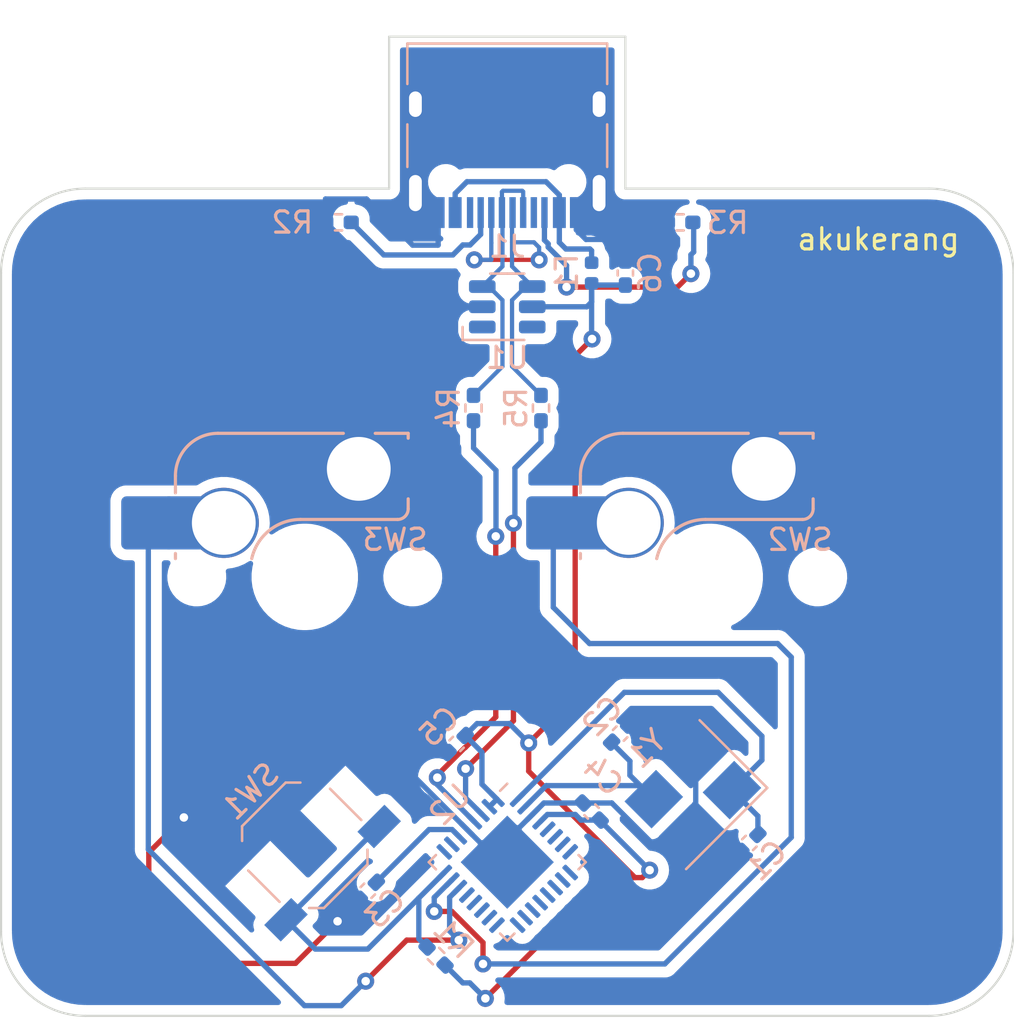
<source format=kicad_pcb>
(kicad_pcb (version 20211014) (generator pcbnew)
  (layers (0 "F.Cu" signal) (31 "B.Cu" signal) (34 "B.Paste" user) (35 "F.Paste" user) (36 "B.SilkS" user "B.Silkscreen") (37 "F.SilkS" user "F.Silkscreen") (38 "B.Mask" user) (39 "F.Mask" user) (44 "Edge.Cuts" user))
  (net 0 "")
  (net 1 "GND")
  (net 2 "XTAL1")
  (net 3 "XTAL2")
  (net 4 "Net-(C3-Pad2)")
  (net 5 "+5V")
  (net 6 "VCC")
  (net 7 "Net-(J1-PadA5)")
  (net 8 "D+")
  (net 9 "D-")
  (net 11 "Net-(J1-PadB5)")
  (net 13 "Net-(R1-Pad2)")
  (net 14 "Net-(R4-Pad2)")
  (net 15 "Net-(R5-Pad2)")
  (net 37 "COL1")
  (net 38 "COL0")
  (footprint "Package_DFN_QFN:QFN-32-1EP_5x5mm_P0.5mm_EP3.1x3.1mm" (layer "B.Cu") (at 55.5625 71.35625 -135)
    (fp_text reference "U2" (at 0 3.82 45) (layer "B.SilkS") (effects (justify mirror)))
    (fp_text value "ATmega32U2-M")
    (fp_line (start 2.135 2.61) (end 2.61 2.61) (layer "B.SilkS") (width 0.12))
    (fp_line (start -2.61 -2.61) (end -2.61 -2.135) (layer "B.SilkS") (width 0.12))
    (fp_line (start 2.61 2.61) (end 2.61 2.135) (layer "B.SilkS") (width 0.12))
    (fp_line (start -2.135 -2.61) (end -2.61 -2.61) (layer "B.SilkS") (width 0.12))
    (fp_line (start 2.135 -2.61) (end 2.61 -2.61) (layer "B.SilkS") (width 0.12))
    (fp_line (start -2.135 2.61) (end -2.61 2.61) (layer "B.SilkS") (width 0.12))
    (fp_line (start 2.61 -2.61) (end 2.61 -2.135) (layer "B.SilkS") (width 0.12))
    (pad "1" smd roundrect (at -2.4375 1.75 225) (size 0.875 0.25) (layers "B.Cu" "B.Paste" "B.Mask") (net 2 "XTAL1"))
    (pad "2" smd roundrect (at -2.4375 1.25 225) (size 0.875 0.25) (layers "B.Cu" "B.Paste" "B.Mask") (net 3 "XTAL2"))
    (pad "3" smd roundrect (at -2.4375 0.75 225) (size 0.875 0.25) (layers "B.Cu" "B.Paste" "B.Mask") (net 1 "GND"))
    (pad "4" smd roundrect (at -2.4375 0.25 225) (size 0.875 0.25) (layers "B.Cu" "B.Paste" "B.Mask") (net 5 "+5V"))
    (pad "5" smd roundrect (at -2.4375 -0.25 225) (size 0.875 0.25) (layers "B.Cu" "B.Paste" "B.Mask"))
    (pad "6" smd roundrect (at -2.4375 -0.75 225) (size 0.875 0.25) (layers "B.Cu" "B.Paste" "B.Mask"))
    (pad "7" smd roundrect (at -2.4375 -1.25 225) (size 0.875 0.25) (layers "B.Cu" "B.Paste" "B.Mask"))
    (pad "8" smd roundrect (at -2.4375 -1.75 225) (size 0.875 0.25) (layers "B.Cu" "B.Paste" "B.Mask"))
    (pad "9" smd roundrect (at -1.75 -2.4375 225) (size 0.25 0.875) (layers "B.Cu" "B.Paste" "B.Mask"))
    (pad "10" smd roundrect (at -1.25 -2.4375 225) (size 0.25 0.875) (layers "B.Cu" "B.Paste" "B.Mask"))
    (pad "11" smd roundrect (at -0.75 -2.4375 225) (size 0.25 0.875) (layers "B.Cu" "B.Paste" "B.Mask"))
    (pad "12" smd roundrect (at -0.25 -2.4375 225) (size 0.25 0.875) (layers "B.Cu" "B.Paste" "B.Mask"))
    (pad "13" smd roundrect (at 0.25 -2.4375 225) (size 0.25 0.875) (layers "B.Cu" "B.Paste" "B.Mask"))
    (pad "14" smd roundrect (at 0.75 -2.4375 225) (size 0.25 0.875) (layers "B.Cu" "B.Paste" "B.Mask"))
    (pad "15" smd roundrect (at 1.25 -2.4375 225) (size 0.25 0.875) (layers "B.Cu" "B.Paste" "B.Mask"))
    (pad "16" smd roundrect (at 1.75 -2.4375 225) (size 0.25 0.875) (layers "B.Cu" "B.Paste" "B.Mask"))
    (pad "17" smd roundrect (at 2.4375 -1.75 225) (size 0.875 0.25) (layers "B.Cu" "B.Paste" "B.Mask"))
    (pad "18" smd roundrect (at 2.4375 -1.25 225) (size 0.875 0.25) (layers "B.Cu" "B.Paste" "B.Mask"))
    (pad "19" smd roundrect (at 2.4375 -0.75 225) (size 0.875 0.25) (layers "B.Cu" "B.Paste" "B.Mask"))
    (pad "20" smd roundrect (at 2.4375 -0.25 225) (size 0.875 0.25) (layers "B.Cu" "B.Paste" "B.Mask"))
    (pad "21" smd roundrect (at 2.4375 0.25 225) (size 0.875 0.25) (layers "B.Cu" "B.Paste" "B.Mask"))
    (pad "22" smd roundrect (at 2.4375 0.75 225) (size 0.875 0.25) (layers "B.Cu" "B.Paste" "B.Mask") (net 38 "COL0"))
    (pad "23" smd roundrect (at 2.4375 1.25 225) (size 0.875 0.25) (layers "B.Cu" "B.Paste" "B.Mask") (net 37 "COL1"))
    (pad "24" smd roundrect (at 2.4375 1.75 225) (size 0.875 0.25) (layers "B.Cu" "B.Paste" "B.Mask") (net 13 "Net-(R1-Pad2)"))
    (pad "25" smd roundrect (at 1.75 2.4375 225) (size 0.25 0.875) (layers "B.Cu" "B.Paste" "B.Mask"))
    (pad "26" smd roundrect (at 1.25 2.4375 225) (size 0.25 0.875) (layers "B.Cu" "B.Paste" "B.Mask"))
    (pad "27" smd roundrect (at 0.75 2.4375 225) (size 0.25 0.875) (layers "B.Cu" "B.Paste" "B.Mask") (net 4 "Net-(C3-Pad2)"))
    (pad "28" smd roundrect (at 0.25 2.4375 225) (size 0.25 0.875) (layers "B.Cu" "B.Paste" "B.Mask") (net 1 "GND"))
    (pad "29" smd roundrect (at -0.25 2.4375 225) (size 0.25 0.875) (layers "B.Cu" "B.Paste" "B.Mask") (net 14 "Net-(R4-Pad2)"))
    (pad "30" smd roundrect (at -0.75 2.4375 225) (size 0.25 0.875) (layers "B.Cu" "B.Paste" "B.Mask") (net 15 "Net-(R5-Pad2)"))
    (pad "31" smd roundrect (at -1.25 2.4375 225) (size 0.25 0.875) (layers "B.Cu" "B.Paste" "B.Mask") (net 5 "+5V"))
    (pad "32" smd roundrect (at -1.75 2.4375 225) (size 0.25 0.875) (layers "B.Cu" "B.Paste" "B.Mask") (net 5 "+5V"))
    (pad "33" smd rect (at 0 0 225) (size 3.1 3.1) (layers "B.Cu" "B.Mask") (net 1 "GND"))
  )
  (footprint "Fuse:Fuse_0402_1005Metric" (layer "B.Cu") (at 59.53125 43.65625 -90)
    (fp_text reference "F1" (at 0 1.17 90) (layer "B.SilkS") (effects (justify mirror)))
    (fp_text value "500mA")
    (pad "1" smd roundrect (at -0.485 0 270) (size 0.59 0.64) (layers "B.Cu" "B.Paste" "B.Mask") (net 6 "VCC"))
    (pad "2" smd roundrect (at 0.485 0 270) (size 0.59 0.64) (layers "B.Cu" "B.Paste" "B.Mask") (net 5 "+5V"))
  )
  (footprint "Resistor_SMD:R_0402_1005Metric_Pad0.72x0.64mm_HandSolder" (layer "B.Cu") (at 47.625 41.275 180)
    (fp_text reference "R2" (at 2.1725 -0.0025) (layer "B.SilkS") (effects (justify mirror)))
    (fp_text value "5.1k")
    (fp_line (start -0.167621 -0.38) (end 0.167621 -0.38) (layer "B.SilkS") (width 0.12))
    (fp_line (start -0.167621 0.38) (end 0.167621 0.38) (layer "B.SilkS") (width 0.12))
    (pad "1" smd roundrect (at -0.5975 0 180) (size 0.715 0.64) (layers "B.Cu" "B.Paste" "B.Mask") (net 7 "Net-(J1-PadA5)"))
    (pad "2" smd roundrect (at 0.5975 0 180) (size 0.715 0.64) (layers "B.Cu" "B.Paste" "B.Mask") (net 1 "GND"))
  )
  (footprint "Crystal:Crystal_SMD_3225-4Pin_3.2x2.5mm_HandSoldering" (layer "B.Cu") (at 64.29375 68.18125 -135)
    (fp_text reference "Y1" (at 0 3.05 45) (layer "B.SilkS") (effects (justify mirror)))
    (fp_text value "Crystal_GND24_Small")
    (fp_line (start -2.7 -2.25) (end 2.7 -2.25) (layer "B.SilkS") (width 0.12))
    (fp_line (start -2.7 2.25) (end -2.7 -2.25) (layer "B.SilkS") (width 0.12))
    (pad "1" smd rect (at -1.45 -1.15 225) (size 2.1 1.8) (layers "B.Cu" "B.Paste" "B.Mask") (net 2 "XTAL1"))
    (pad "2" smd rect (at 1.45 -1.15 225) (size 2.1 1.8) (layers "B.Cu" "B.Paste" "B.Mask") (net 1 "GND"))
    (pad "3" smd rect (at 1.45 1.15 225) (size 2.1 1.8) (layers "B.Cu" "B.Paste" "B.Mask") (net 3 "XTAL2"))
    (pad "4" smd rect (at -1.45 1.15 225) (size 2.1 1.8) (layers "B.Cu" "B.Paste" "B.Mask") (net 1 "GND"))
  )
  (footprint "Resistor_SMD:R_0402_1005Metric_Pad0.72x0.64mm_HandSolder" (layer "B.Cu") (at 53.975 50.00625 -90)
    (fp_text reference "R4" (at 0 1.17 90) (layer "B.SilkS") (effects (justify mirror)))
    (fp_text value "22")
    (fp_line (start -0.167621 -0.38) (end 0.167621 -0.38) (layer "B.SilkS") (width 0.12))
    (fp_line (start -0.167621 0.38) (end 0.167621 0.38) (layer "B.SilkS") (width 0.12))
    (pad "1" smd roundrect (at -0.5975 0 270) (size 0.715 0.64) (layers "B.Cu" "B.Paste" "B.Mask") (net 8 "D+"))
    (pad "2" smd roundrect (at 0.5975 0 270) (size 0.715 0.64) (layers "B.Cu" "B.Paste" "B.Mask") (net 14 "Net-(R4-Pad2)"))
  )
  (footprint "Capacitor_SMD:C_0402_1005Metric_Pad0.74x0.62mm_HandSolder" (layer "B.Cu") (at 66.9525 70.45125 45)
    (fp_text reference "C1" (at 0 1.16 45) (layer "B.SilkS") (effects (justify mirror)))
    (fp_text value "14pf")
    (fp_line (start -0.115835 0.36) (end 0.115835 0.36) (layer "B.SilkS") (width 0.12))
    (fp_line (start -0.115835 -0.36) (end 0.115835 -0.36) (layer "B.SilkS") (width 0.12))
    (pad "1" smd roundrect (at -0.5675 0 45) (size 0.735 0.62) (layers "B.Cu" "B.Paste" "B.Mask") (net 1 "GND"))
    (pad "2" smd roundrect (at 0.5675 0 45) (size 0.735 0.62) (layers "B.Cu" "B.Paste" "B.Mask") (net 2 "XTAL1"))
  )
  (footprint "Capacitor_SMD:C_0402_1005Metric_Pad0.74x0.62mm_HandSolder" (layer "B.Cu") (at 49.0025 72.70125 45)
    (fp_text reference "C3" (at 0 1.16 45) (layer "B.SilkS") (effects (justify mirror)))
    (fp_text value "1uF")
    (fp_line (start -0.115835 0.36) (end 0.115835 0.36) (layer "B.SilkS") (width 0.12))
    (fp_line (start -0.115835 -0.36) (end 0.115835 -0.36) (layer "B.SilkS") (width 0.12))
    (pad "1" smd roundrect (at -0.5675 0 45) (size 0.735 0.62) (layers "B.Cu" "B.Paste" "B.Mask") (net 1 "GND"))
    (pad "2" smd roundrect (at 0.5675 0 45) (size 0.735 0.62) (layers "B.Cu" "B.Paste" "B.Mask") (net 4 "Net-(C3-Pad2)"))
  )
  (footprint "Button_Switch_SMD:SW_SPST_SKQG_WithStem" (layer "B.Cu") (at 46.0375 70.5625 -135)
    (fp_text reference "SW1" (at 0 3.6 45) (layer "B.SilkS") (effects (justify mirror)))
    (fp_text value "SW_Push")
    (fp_line (start 1.45 2.72) (end 1.94 2.23) (layer "B.SilkS") (width 0.12))
    (fp_line (start 1.45 -2.72) (end 1.94 -2.23) (layer "B.SilkS") (width 0.12))
    (fp_line (start -1.45 -2.72) (end 1.45 -2.72) (layer "B.SilkS") (width 0.12))
    (fp_line (start -2.72 -1.04) (end -2.72 1.04) (layer "B.SilkS") (width 0.12))
    (fp_line (start -1.45 2.72) (end -1.94 2.23) (layer "B.SilkS") (width 0.12))
    (fp_line (start 2.72 -1.04) (end 2.72 1.04) (layer "B.SilkS") (width 0.12))
    (fp_line (start -1.45 -2.72) (end -1.94 -2.23) (layer "B.SilkS") (width 0.12))
    (fp_line (start -1.45 2.72) (end 1.45 2.72) (layer "B.SilkS") (width 0.12))
    (pad "1" smd rect (at 3.1 1.85 225) (size 1.8 1.1) (layers "B.Cu" "B.Paste" "B.Mask") (net 1 "GND"))
    (pad "1" smd rect (at -3.1 1.85 225) (size 1.8 1.1) (layers "B.Cu" "B.Paste" "B.Mask") (net 1 "GND"))
    (pad "2" smd rect (at -3.1 -1.85 225) (size 1.8 1.1) (layers "B.Cu" "B.Paste" "B.Mask") (net 13 "Net-(R1-Pad2)"))
    (pad "2" smd rect (at 3.1 -1.85 225) (size 1.8 1.1) (layers "B.Cu" "B.Paste" "B.Mask") (net 13 "Net-(R1-Pad2)"))
    (zone (net 0) (net_name "") (layer "B.Cu") (connect_pads (clearance 0)) (min_thickness 0.254)
      (keepout (tracks not_allowed) (vias not_allowed) (pads not_allowed) (copperpour not_allowed) (footprints not_allowed))
      (fill (thermal_gap 0.508) (thermal_bridge_width 0.508))
      (polygon (pts (xy 47.946688 66.814834) (xy 45.825368 68.936154) (xy 47.663846 70.774632) (xy 49.785166 68.653312)))
    )
    (zone (net 0) (net_name "") (layer "B.Cu") (connect_pads (clearance 0)) (min_thickness 0.254)
      (keepout (tracks not_allowed) (vias not_allowed) (pads not_allowed) (copperpour not_allowed) (footprints not_allowed))
      (fill (thermal_gap 0.508) (thermal_bridge_width 0.508))
      (polygon (pts (xy 44.411154 70.350368) (xy 42.289834 72.471688) (xy 44.128312 74.310166) (xy 46.249632 72.188846)))
    )
  )
  (footprint "Connector_USB:USB_C_Receptacle_HRO_TYPE-C-31-M-12" (layer "B.Cu") (at 55.5625 36.76875)
    (fp_text reference "J1" (at 0 5.645) (layer "B.SilkS") (effects (justify mirror)))
    (fp_text value "USB_C_Receptacle_USB2.0")
    (fp_line (start -4.7 1.9) (end -4.7 -0.1) (layer "B.SilkS") (width 0.12))
    (fp_line (start -4.7 -2) (end -4.7 -3.9) (layer "B.SilkS") (width 0.12))
    (fp_line (start -4.7 -3.9) (end 4.7 -3.9) (layer "B.SilkS") (width 0.12))
    (fp_line (start 4.7 1.9) (end 4.7 -0.1) (layer "B.SilkS") (width 0.12))
    (fp_line (start 4.7 -2) (end 4.7 -3.9) (layer "B.SilkS") (width 0.12))
    (pad "" np_thru_hole circle (at -2.89 2.6) (size 0.65 0.65) (drill 0.65) (layers *.Cu *.Mask))
    (pad "" np_thru_hole circle (at 2.89 2.6) (size 0.65 0.65) (drill 0.65) (layers *.Cu *.Mask))
    (pad "A1" smd rect (at -3.25 4.045) (size 0.6 1.45) (layers "B.Cu" "B.Paste" "B.Mask") (net 1 "GND"))
    (pad "A4" smd rect (at -2.45 4.045) (size 0.6 1.45) (layers "B.Cu" "B.Paste" "B.Mask") (net 6 "VCC"))
    (pad "A5" smd rect (at -1.25 4.045) (size 0.3 1.45) (layers "B.Cu" "B.Paste" "B.Mask") (net 7 "Net-(J1-PadA5)"))
    (pad "A6" smd rect (at -0.25 4.045) (size 0.3 1.45) (layers "B.Cu" "B.Paste" "B.Mask") (net 8 "D+"))
    (pad "A7" smd rect (at 0.25 4.045) (size 0.3 1.45) (layers "B.Cu" "B.Paste" "B.Mask") (net 9 "D-"))
    (pad "A8" smd rect (at 1.25 4.045) (size 0.3 1.45) (layers "B.Cu" "B.Paste" "B.Mask"))
    (pad "A9" smd rect (at 2.45 4.045) (size 0.6 1.45) (layers "B.Cu" "B.Paste" "B.Mask") (net 6 "VCC"))
    (pad "A12" smd rect (at 3.25 4.045) (size 0.6 1.45) (layers "B.Cu" "B.Paste" "B.Mask") (net 1 "GND"))
    (pad "B1" smd rect (at 3.25 4.045) (size 0.6 1.45) (layers "B.Cu" "B.Paste" "B.Mask") (net 1 "GND"))
    (pad "B4" smd rect (at 2.45 4.045) (size 0.6 1.45) (layers "B.Cu" "B.Paste" "B.Mask") (net 6 "VCC"))
    (pad "B5" smd rect (at 1.75 4.045) (size 0.3 1.45) (layers "B.Cu" "B.Paste" "B.Mask") (net 11 "Net-(J1-PadB5)"))
    (pad "B6" smd rect (at 0.75 4.045) (size 0.3 1.45) (layers "B.Cu" "B.Paste" "B.Mask") (net 8 "D+"))
    (pad "B7" smd rect (at -0.75 4.045) (size 0.3 1.45) (layers "B.Cu" "B.Paste" "B.Mask") (net 9 "D-"))
    (pad "B8" smd rect (at -1.75 4.045) (size 0.3 1.45) (layers "B.Cu" "B.Paste" "B.Mask"))
    (pad "B9" smd rect (at -2.45 4.045) (size 0.6 1.45) (layers "B.Cu" "B.Paste" "B.Mask") (net 6 "VCC"))
    (pad "B12" smd rect (at -3.25 4.045) (size 0.6 1.45) (layers "B.Cu" "B.Paste" "B.Mask") (net 1 "GND"))
    (pad "S1" thru_hole oval (at 4.32 3.13) (size 1 2.1) (drill oval 0.6 1.7) (layers *.Cu *.Mask) (net 1 "GND"))
    (pad "S1" thru_hole oval (at -4.32 -1.05) (size 1 1.6) (drill oval 0.6 1.2) (layers *.Cu *.Mask) (net 1 "GND"))
    (pad "S1" thru_hole oval (at -4.32 3.13) (size 1 2.1) (drill oval 0.6 1.7) (layers *.Cu *.Mask) (net 1 "GND"))
    (pad "S1" thru_hole oval (at 4.32 -1.05) (size 1 1.6) (drill oval 0.6 1.2) (layers *.Cu *.Mask) (net 1 "GND"))
  )
  (footprint "marbastlib-mx:SW_MX_HS_1u" (layer "B.Cu") (at 65.0875 57.94375 180)
    (fp_text reference "SW2" (at -4.25 1.75) (layer "B.SilkS") (effects (justify mirror)))
    (fp_text value "MX_SW_HS" hide)
    (fp_line (start -4.364824 2.70022) (end 0.2 2.70022) (layer "B.SilkS") (width 0.15))
    (fp_line (start -3.314824 6.75022) (end -4.864824 6.75022) (layer "B.SilkS") (width 0.15))
    (fp_line (start 6.085176 3.95022) (end 6.085176 4.75022) (layer "B.SilkS") (width 0.15))
    (fp_line (start 6.085176 1.10022) (end 6.085176 0.86022) (layer "B.SilkS") (width 0.15))
    (fp_line (start -4.864824 6.75022) (end -4.864824 6.52022) (layer "B.SilkS") (width 0.15))
    (fp_line (start 4.085176 6.75022) (end -1.814824 6.75022) (layer "B.SilkS") (width 0.15))
    (fp_line (start -4.864824 3.67022) (end -4.864824 3.20022) (layer "B.SilkS") (width 0.15))
    (fp_arc (start -4.864824 3.20022) (mid -4.718377 2.846667) (end -4.364824 2.70022) (layer "B.SilkS") (width 0.15))
    (fp_arc (start 2.494322 0.86022) (mid 1.670693 2.183637) (end 0.2 2.70022) (layer "B.SilkS") (width 0.15))
    (fp_arc (start 6.085176 4.75022) (mid 5.499388 6.164432) (end 4.085176 6.75022) (layer "B.SilkS") (width 0.15))
    (pad "" np_thru_hole circle (at 0 0 180) (size 3.9878 3.9878) (drill 3.9878) (layers *.Cu *.Mask))
    (pad "" np_thru_hole circle (at 5.08 0 180) (size 1.75 1.75) (drill 1.75) (layers *.Cu *.Mask))
    (pad "" np_thru_hole circle (at -5.08 0 180) (size 1.75 1.75) (drill 1.75) (layers *.Cu *.Mask))
    (pad "1" smd roundrect (at 7.36 2.54 180) (size 2.55 2.5) (layers "B.Cu" "B.Paste" "B.Mask") (roundrect_rratio 0.1) (net 37 "COL1"))
    (pad "1" thru_hole circle (at 3.81 2.54 180) (size 3.3 3.3) (drill 3) (layers *.Cu *.Mask) (net 37 "COL1"))
    (pad "1" smd rect (at 5.635 2.54) (size 1.65 2.5) (layers "B.Cu") (net 37 "COL1"))
    (pad "2" smd roundrect (at -6.09 5.08 180) (size 2.55 2.5) (layers "B.Cu" "B.Paste" "B.Mask") (roundrect_rratio 0.1) (net 1 "GND"))
    (pad "2" thru_hole circle (at -2.54 5.08 180) (size 3.3 3.3) (drill 3) (layers *.Cu *.Mask) (net 1 "GND"))
    (pad "2" smd rect (at -4.34 5.08 180) (size 1.65 2.5) (layers "B.Cu") (net 1 "GND"))
  )
  (footprint "Resistor_SMD:R_0402_1005Metric_Pad0.72x0.64mm_HandSolder" (layer "B.Cu") (at 63.69625 41.275 180)
    (fp_text reference "R3" (at -2.23625 -0.0225) (layer "B.SilkS") (effects (justify mirror)))
    (fp_text value "5.1k")
    (fp_line (start -0.167621 0.38) (end 0.167621 0.38) (layer "B.SilkS") (width 0.12))
    (fp_line (start -0.167621 -0.38) (end 0.167621 -0.38) (layer "B.SilkS") (width 0.12))
    (pad "1" smd roundrect (at -0.5975 0 180) (size 0.715 0.64) (layers "B.Cu" "B.Paste" "B.Mask") (net 11 "Net-(J1-PadB5)"))
    (pad "2" smd roundrect (at 0.5975 0 180) (size 0.715 0.64) (layers "B.Cu" "B.Paste" "B.Mask") (net 1 "GND"))
  )
  (footprint "marbastlib-various:SOT-23-6-routable" (layer "B.Cu") (at 55.5625 45.24375)
    (fp_text reference "U1" (at 0 2.4) (layer "B.SilkS") (effects (justify mirror)))
    (fp_text value "SRV05-4")
    (fp_line (start 0 -1.56) (end 0.8 -1.56) (layer "B.SilkS") (width 0.12))
    (fp_line (start -2.1 1.56) (end 0.8 1.56) (layer "B.SilkS") (width 0.12))
    (fp_line (start 0 -1.56) (end -0.8 -1.56) (layer "B.SilkS") (width 0.12))
    (fp_line (start -2.1 0.95) (end -2.1 1.56) (layer "B.SilkS") (width 0.12))
    (pad "1" smd roundrect (at -1.175 0.95) (size 1.25 0.6) (layers "B.Cu" "B.Paste" "B.Mask"))
    (pad "2" smd roundrect (at -1.175 0) (size 1.25 0.6) (layers "B.Cu" "B.Paste" "B.Mask") (net 1 "GND"))
    (pad "3" smd roundrect (at -1.175 -0.95) (size 1.25 0.6) (layers "B.Cu" "B.Paste" "B.Mask") (net 8 "D+"))
    (pad "4" smd roundrect (at 1.175 -0.95) (size 1.25 0.6) (layers "B.Cu" "B.Paste" "B.Mask") (net 9 "D-"))
    (pad "5" smd roundrect (at 1.175 0) (size 1.25 0.6) (layers "B.Cu" "B.Paste" "B.Mask") (net 5 "+5V"))
    (pad "6" smd roundrect (at 1.175 0.95) (size 1.25 0.6) (layers "B.Cu" "B.Paste" "B.Mask"))
  )
  (footprint "Capacitor_SMD:C_0402_1005Metric_Pad0.74x0.62mm_HandSolder" (layer "B.Cu") (at 59.53125 68.975 135)
    (fp_text reference "C4" (at 0.807869 1.55917 135) (layer "B.SilkS") (effects (justify mirror)))
    (fp_text value "0.1uF")
    (fp_line (start -0.115835 -0.36) (end 0.115835 -0.36) (layer "B.SilkS") (width 0.12))
    (fp_line (start -0.115835 0.36) (end 0.115835 0.36) (layer "B.SilkS") (width 0.12))
    (pad "1" smd roundrect (at -0.5675 0 135) (size 0.735 0.62) (layers "B.Cu" "B.Paste" "B.Mask") (net 5 "+5V"))
    (pad "2" smd roundrect (at 0.5675 0 135) (size 0.735 0.62) (layers "B.Cu" "B.Paste" "B.Mask") (net 1 "GND"))
  )
  (footprint "Capacitor_SMD:C_0402_1005Metric_Pad0.74x0.62mm_HandSolder" (layer "B.Cu") (at 53.18125 65.8 -135)
    (fp_text reference "C5" (at 0 1.16 45) (layer "B.SilkS") (effects (justify mirror)))
    (fp_text value "0.1uF")
    (fp_line (start -0.115835 0.36) (end 0.115835 0.36) (layer "B.SilkS") (width 0.12))
    (fp_line (start -0.115835 -0.36) (end 0.115835 -0.36) (layer "B.SilkS") (width 0.12))
    (pad "1" smd roundrect (at -0.5675 0 225) (size 0.735 0.62) (layers "B.Cu" "B.Paste" "B.Mask") (net 5 "+5V"))
    (pad "2" smd roundrect (at 0.5675 0 225) (size 0.735 0.62) (layers "B.Cu" "B.Paste" "B.Mask") (net 1 "GND"))
  )
  (footprint "marbastlib-mx:SW_MX_HS_1u" (layer "B.Cu") (at 46.0375 57.94375 180)
    (fp_text reference "SW3" (at -4.25 1.75) (layer "B.SilkS") (effects (justify mirror)))
    (fp_text value "MX_SW_HS" hide)
    (fp_line (start -3.314824 6.75022) (end -4.864824 6.75022) (layer "B.SilkS") (width 0.15))
    (fp_line (start -4.864824 6.75022) (end -4.864824 6.52022) (layer "B.SilkS") (width 0.15))
    (fp_line (start -4.364824 2.70022) (end 0.2 2.70022) (layer "B.SilkS") (width 0.15))
    (fp_line (start -4.864824 3.67022) (end -4.864824 3.20022) (layer "B.SilkS") (width 0.15))
    (fp_line (start 6.085176 3.95022) (end 6.085176 4.75022) (layer "B.SilkS") (width 0.15))
    (fp_line (start 6.085176 1.10022) (end 6.085176 0.86022) (layer "B.SilkS") (width 0.15))
    (fp_line (start 4.085176 6.75022) (end -1.814824 6.75022) (layer "B.SilkS") (width 0.15))
    (fp_arc (start 2.494322 0.86022) (mid 1.670693 2.183637) (end 0.2 2.70022) (layer "B.SilkS") (width 0.15))
    (fp_arc (start 6.085176 4.75022) (mid 5.499388 6.164432) (end 4.085176 6.75022) (layer "B.SilkS") (width 0.15))
    (fp_arc (start -4.864824 3.20022) (mid -4.718377 2.846667) (end -4.364824 2.70022) (layer "B.SilkS") (width 0.15))
    (pad "" np_thru_hole circle (at 5.08 0 180) (size 1.75 1.75) (drill 1.75) (layers *.Cu *.Mask))
    (pad "" np_thru_hole circle (at 0 0 180) (size 3.9878 3.9878) (drill 3.9878) (layers *.Cu *.Mask))
    (pad "" np_thru_hole circle (at -5.08 0 180) (size 1.75 1.75) (drill 1.75) (layers *.Cu *.Mask))
    (pad "1" smd rect (at 5.635 2.54) (size 1.65 2.5) (layers "B.Cu") (net 38 "COL0"))
    (pad "1" thru_hole circle (at 3.81 2.54 180) (size 3.3 3.3) (drill 3) (layers *.Cu *.Mask) (net 38 "COL0"))
    (pad "1" smd roundrect (at 7.36 2.54 180) (size 2.55 2.5) (layers "B.Cu" "B.Paste" "B.Mask") (roundrect_rratio 0.1) (net 38 "COL0"))
    (pad "2" thru_hole circle (at -2.54 5.08 180) (size 3.3 3.3) (drill 3) (layers *.Cu *.Mask) (net 1 "GND"))
    (pad "2" smd rect (at -4.34 5.08 180) (size 1.65 2.5) (layers "B.Cu") (net 1 "GND"))
    (pad "2" smd roundrect (at -6.09 5.08 180) (size 2.55 2.5) (layers "B.Cu" "B.Paste" "B.Mask") (roundrect_rratio 0.1) (net 1 "GND"))
  )
  (footprint "Capacitor_SMD:C_0402_1005Metric_Pad0.74x0.62mm_HandSolder" (layer "B.Cu") (at 61.11875 43.65625 90)
    (fp_text reference "C6" (at 0 1.16 90) (layer "B.SilkS") (effects (justify mirror)))
    (fp_text value "0.1uF")
    (fp_line (start -0.115835 -0.36) (end 0.115835 -0.36) (layer "B.SilkS") (width 0.12))
    (fp_line (start -0.115835 0.36) (end 0.115835 0.36) (layer "B.SilkS") (width 0.12))
    (pad "1" smd roundrect (at -0.5675 0 90) (size 0.735 0.62) (layers "B.Cu" "B.Paste" "B.Mask") (net 5 "+5V"))
    (pad "2" smd roundrect (at 0.5675 0 90) (size 0.735 0.62) (layers "B.Cu" "B.Paste" "B.Mask") (net 1 "GND"))
  )
  (footprint "Capacitor_SMD:C_0402_1005Metric_Pad0.74x0.62mm_HandSolder" (layer "B.Cu") (at 60.8725 65.31125 -135)
    (fp_text reference "C2" (at 0 1.16 45) (layer "B.SilkS") (effects (justify mirror)))
    (fp_text value "14pf")
    (fp_line (start -0.115835 0.36) (end 0.115835 0.36) (layer "B.SilkS") (width 0.12))
    (fp_line (start -0.115835 -0.36) (end 0.115835 -0.36) (layer "B.SilkS") (width 0.12))
    (pad "1" smd roundrect (at -0.5675 0 225) (size 0.735 0.62) (layers "B.Cu" "B.Paste" "B.Mask") (net 1 "GND"))
    (pad "2" smd roundrect (at 0.5675 0 225) (size 0.735 0.62) (layers "B.Cu" "B.Paste" "B.Mask") (net 3 "XTAL2"))
  )
  (footprint "Resistor_SMD:R_0402_1005Metric_Pad0.72x0.64mm_HandSolder" (layer "B.Cu") (at 52.2125 75.77125 135)
    (fp_text reference "R1" (at 0 1.17 135) (layer "B.SilkS") (effects (justify mirror)))
    (fp_text value "10k")
    (fp_line (start -0.167621 0.38) (end 0.167621 0.38) (layer "B.SilkS") (width 0.12))
    (fp_line (start -0.167621 -0.38) (end 0.167621 -0.38) (layer "B.SilkS") (width 0.12))
    (pad "1" smd roundrect (at -0.5975 0 135) (size 0.715 0.64) (layers "B.Cu" "B.Paste" "B.Mask") (net 5 "+5V"))
    (pad "2" smd roundrect (at 0.5975 0 135) (size 0.715 0.64) (layers "B.Cu" "B.Paste" "B.Mask") (net 13 "Net-(R1-Pad2)"))
  )
  (footprint "Resistor_SMD:R_0402_1005Metric_Pad0.72x0.64mm_HandSolder" (layer "B.Cu") (at 57.15 50.00625 -90)
    (fp_text reference "R5" (at 0 1.17 90) (layer "B.SilkS") (effects (justify mirror)))
    (fp_text value "22")
    (fp_line (start -0.167621 -0.38) (end 0.167621 -0.38) (layer "B.SilkS") (width 0.12))
    (fp_line (start -0.167621 0.38) (end 0.167621 0.38) (layer "B.SilkS") (width 0.12))
    (pad "1" smd roundrect (at -0.5975 0 270) (size 0.715 0.64) (layers "B.Cu" "B.Paste" "B.Mask") (net 9 "D-"))
    (pad "2" smd roundrect (at 0.5975 0 270) (size 0.715 0.64) (layers "B.Cu" "B.Paste" "B.Mask") (net 15 "Net-(R5-Pad2)"))
  )
  (gr_line (start 50.00625 32.54375) (end 50.00625 39.6875) (layer "Edge.Cuts") (width 0.1))
  (gr_line (start 61.11875 39.6875) (end 75.40625 39.6875) (layer "Edge.Cuts") (width 0.1))
  (gr_arc (start 75.40625 39.6875) (mid 78.21258 40.84992) (end 79.375 43.65625) (layer "Edge.Cuts") (width 0.1))
  (gr_line (start 31.75 43.65625) (end 31.75 74.6125) (layer "Edge.Cuts") (width 0.1))
  (gr_line (start 35.71875 39.6875) (end 50.00625 39.6875) (layer "Edge.Cuts") (width 0.1))
  (gr_arc (start 35.71875 78.58125) (mid 32.91242 77.41883) (end 31.75 74.6125) (layer "Edge.Cuts") (width 0.1))
  (gr_line (start 61.11875 39.6875) (end 61.11875 32.54375) (layer "Edge.Cuts") (width 0.1))
  (gr_line (start 35.71875 78.58125) (end 75.40625 78.58125) (layer "Edge.Cuts") (width 0.1))
  (gr_arc (start 31.75 43.65625) (mid 32.91242 40.84992) (end 35.71875 39.6875) (layer "Edge.Cuts") (width 0.1))
  (gr_line (start 79.375 43.65625) (end 79.375 74.6125) (layer "Edge.Cuts") (width 0.1))
  (gr_line (start 61.11875 32.54375) (end 50.00625 32.54375) (layer "Edge.Cuts") (width 0.1))
  (gr_arc (start 79.375 74.6125) (mid 78.21258 77.41883) (end 75.40625 78.58125) (layer "Edge.Cuts") (width 0.1))
  (gr_text "akukerang" (at 73.025 42.06875) (layer "F.SilkS") (effects (font (size 1 1))))
  (segment (start 47.58 74.13375) (end 45.6 76.11375) (width 0.25) (layer "F.Cu") (net 1))
  (segment (start 38.7 70.90375) (end 40.35 69.25375) (width 0.25) (layer "F.Cu") (net 1))
  (segment (start 45.6 76.11375) (end 42.17 76.11375) (width 0.25) (layer "F.Cu") (net 1))
  (segment (start 42.17 76.11375) (end 38.7 72.64375) (width 0.25) (layer "F.Cu") (net 1))
  (segment (start 38.7 72.64375) (end 38.7 70.90375) (width 0.25) (layer "F.Cu") (net 1))
  (via (at 47.58 74.13375) (size 0.8) (drill 0.4) (layers "F.Cu" "B.Cu") (net 1))
  (via (at 40.35 69.25375) (size 0.8) (drill 0.4) (layers "F.Cu" "B.Cu") (net 1))
  (segment (start 56.755743 69.102347) (end 55.5625 70.29559) (width 0.25) (layer "B.Cu") (net 1))
  (segment (start 54.3875 45.24375) (end 50.99625 45.24375) (width 0.25) (layer "B.Cu") (net 1))
  (segment (start 47.0275 41.275) (end 47.0125 41.26) (width 0.25) (layer "B.Cu") (net 1))
  (segment (start 51.2425 39.89875) (end 51.3975 39.89875) (width 0.25) (layer "B.Cu") (net 1))
  (segment (start 59.8825 35.71875) (end 59.8825 39.89875) (width 0.25) (layer "B.Cu") (net 1))
  (segment (start 66.551217 70.852533) (end 65.718412 70.019728) (width 0.25) (layer "B.Cu") (net 1))
  (segment (start 52.3125 42.3375) (end 52.3125 40.81375) (width 0.25) (layer "B.Cu") (net 1))
  (segment (start 55.5625 70.29559) (end 55.5625 71.35625) (width 0.25) (layer "B.Cu") (net 1))
  (segment (start 51.3975 39.89875) (end 52.3125 40.81375) (width 0.25) (layer "B.Cu") (net 1))
  (segment (start 60.48 68.57375) (end 62.66844 70.76219) (width 0.25) (layer "B.Cu") (net 1))
  (segment (start 59.129967 68.573717) (end 60.479967 68.573717) (width 0.25) (layer "B.Cu") (net 1))
  (segment (start 61.11875 42.68375) (end 60.51298 42.07798) (width 0.25) (layer "B.Cu") (net 1))
  (segment (start 42.537321 71.446383) (end 46.921383 67.062321) (width 0.25) (layer "B.Cu") (net 1))
  (segment (start 63.10436 64.94125) (end 64.505882 66.342772) (width 0.25) (layer "B.Cu") (net 1))
  (segment (start 50.5425 66.66125) (end 51.002467 66.201283) (width 0.25) (layer "B.Cu") (net 1))
  (segment (start 62.9325 41.275) (end 61.11875 43.08875) (width 0.25) (layer "B.Cu") (net 1))
  (segment (start 49.7625 65.88125) (end 50.5425 66.66125) (width 0.25) (layer "B.Cu") (net 1))
  (segment (start 62.66844 70.76219) (end 63.339156 70.76219) (width 0.25) (layer "B.Cu") (net 1))
  (segment (start 58.8125 41.624178) (end 58.8125 40.81375) (width 0.25) (layer "B.Cu") (net 1))
  (segment (start 48.102454 65.88125) (end 49.7625 65.88125) (width 0.25) (layer "B.Cu") (net 1))
  (segment (start 51.2425 35.71875) (end 59.8825 35.71875) (width 0.25) (layer "B.Cu") (net 1))
  (segment (start 55.208947 71.35625) (end 55.5625 71.35625) (width 0.25) (layer "B.Cu") (net 1))
  (segment (start 51.1125 42.3475) (end 52.3025 42.3475) (width 0.25) (layer "B.Cu") (net 1))
  (segment (start 48.5775 52.86375) (end 52.1275 52.86375) (width 0.25) (layer "B.Cu") (net 1))
  (segment (start 64.42885 66.419804) (end 64.42885 69.672496) (width 0.25) (layer "B.Cu") (net 1))
  (segment (start 60.51298 42.07798) (end 59.266302 42.07798) (width 0.25) (layer "B.Cu") (net 1))
  (segment (start 51.2425 39.89875) (end 51.2425 35.71875) (width 0.25) (layer "B.Cu") (net 1))
  (segment (start 64.505882 66.342772) (end 64.42885 66.419804) (width 0.25) (layer "B.Cu") (net 1))
  (segment (start 48.601217 73.102533) (end 47.58 74.12375) (width 0.25) (layer "B.Cu") (net 1))
  (segment (start 64.42885 69.672496) (end 64.081618 70.019728) (width 0.25) (layer "B.Cu") (net 1))
  (segment (start 59.8825 39.89875) (end 59.7275 39.89875) (width 0.25) (layer "B.Cu") (net 1))
  (segment (start 47.0125 41.26) (end 47.0125 40.1775) (width 0.25) (layer "B.Cu") (net 1))
  (segment (start 46.921383 67.062321) (end 48.102454 65.88125) (width 0.25) (layer "B.Cu") (net 1))
  (segment (start 47.58 74.12375) (end 47.58 74.13375) (width 0.25) (layer "B.Cu") (net 1))
  (segment (start 52.3025 42.3475) (end 52.3125 42.3375) (width 0.25) (layer "B.Cu") (net 1))
  (segment (start 53.662151 69.809454) (end 50.5425 66.689803) (width 0.25) (layer "B.Cu") (net 1))
  (segment (start 40.35 69.25375) (end 40.35 69.259062) (width 0.25) (layer "B.Cu") (net 1))
  (segment (start 50.5425 66.689803) (end 50.5425 66.66125) (width 0.25) (layer "B.Cu") (net 1))
  (segment (start 65.718412 70.019728) (end 64.081618 70.019728) (width 0.25) (layer "B.Cu") (net 1))
  (segment (start 51.002467 66.201283) (end 52.779967 66.201283) (width 0.25) (layer "B.Cu") (net 1))
  (segment (start 59.7275 39.89875) (end 58.8125 40.81375) (width 0.25) (layer "B.Cu") (net 1))
  (segment (start 59.266302 42.07798) (end 58.8125 41.624178) (width 0.25) (layer "B.Cu") (net 1))
  (segment (start 47.0125 40.1775) (end 48.9425 40.1775) (width 0.25) (layer "B.Cu") (net 1))
  (segment (start 61.273783 64.909967) (end 61.305066 64.94125) (width 0.25) (layer "B.Cu") (net 1))
  (segment (start 63.339156 70.76219) (end 64.081618 70.019728) (width 0.25) (layer "B.Cu") (net 1))
  (segment (start 57.284373 68.573717) (end 59.129967 68.573717) (width 0.25) (layer "B.Cu") (net 1))
  (segment (start 61.305066 64.94125) (end 63.10436 64.94125) (width 0.25) (layer "B.Cu") (net 1))
  (segment (start 56.755743 69.102347) (end 57.284373 68.573717) (width 0.25) (layer "B.Cu") (net 1))
  (segment (start 48.9425 40.1775) (end 51.1125 42.3475) (width 0.25) (layer "B.Cu") (net 1))
  (segment (start 53.662151 69.809454) (end 55.208947 71.35625) (width 0.25) (layer "B.Cu") (net 1))
  (segment (start 40.35 69.259062) (end 42.537321 71.446383) (width 0.25) (layer "B.Cu") (net 1))
  (segment (start 61.11875 43.08875) (end 61.11875 42.68375) (width 0.25) (layer "B.Cu") (net 1))
  (segment (start 50.99625 45.24375) (end 47.0275 41.275) (width 0.25) (layer "B.Cu") (net 1))
  (segment (start 60.479967 68.573717) (end 60.48 68.57375) (width 0.25) (layer "B.Cu") (net 1))
  (segment (start 63.09875 41.275) (end 62.9325 41.275) (width 0.25) (layer "B.Cu") (net 1))
  (segment (start 66.132228 67.969118) (end 67.5425 66.558846) (width 0.25) (layer "B.Cu") (net 2))
  (segment (start 67.5425 66.558846) (end 67.5425 65.43125) (width 0.25) (layer "B.Cu") (net 2))
  (segment (start 61.072626 63.37125) (end 56.048636 68.39524) (width 0.25) (layer "B.Cu") (net 2))
  (segment (start 67.5425 65.43125) (end 65.4825 63.37125) (width 0.25) (layer "B.Cu") (net 2))
  (segment (start 61.072626 63.37125) (end 65.4825 63.37125) (width 0.25) (layer "B.Cu") (net 2))
  (segment (start 67.353783 69.190673) (end 66.132228 67.969118) (width 0.25) (layer "B.Cu") (net 2))
  (segment (start 67.353783 70.049967) (end 67.353783 69.190673) (width 0.25) (layer "B.Cu") (net 2))
  (segment (start 60.471217 65.712533) (end 60.471217 65.741217) (width 0.25) (layer "B.Cu") (net 3))
  (segment (start 61.818876 67.756986) (end 57.393997 67.756986) (width 0.25) (layer "B.Cu") (net 3))
  (segment (start 61.3325 67.27061) (end 62.455272 68.393382) (width 0.25) (layer "B.Cu") (net 3))
  (segment (start 61.3325 66.6025) (end 61.3325 67.27061) (width 0.25) (layer "B.Cu") (net 3))
  (segment (start 60.471217 65.741217) (end 61.3325 66.6025) (width 0.25) (layer "B.Cu") (net 3))
  (segment (start 62.455272 68.393382) (end 61.818876 67.756986) (width 0.25) (layer "B.Cu") (net 3))
  (segment (start 57.393997 67.756986) (end 56.402189 68.748794) (width 0.25) (layer "B.Cu") (net 3))
  (segment (start 52.965773 69.820183) (end 53.308597 70.163007) (width 0.25) (layer "B.Cu") (net 4))
  (segment (start 51.883567 69.820183) (end 52.965773 69.820183) (width 0.25) (layer "B.Cu") (net 4))
  (segment (start 49.403783 72.299967) (end 51.883567 69.820183) (width 0.25) (layer "B.Cu") (net 4))
  (segment (start 60.2125 72.08125) (end 54.5325 77.76125) (width 0.25) (layer "F.Cu") (net 5))
  (segment (start 61.9125 72.08125) (end 62.2625 71.73125) (width 0.25) (layer "F.Cu") (net 5))
  (segment (start 58.757979 63.565771) (end 58.757979 47.552021) (width 0.25) (layer "F.Cu") (net 5))
  (segment (start 61.5725 72.08125) (end 60.2125 72.08125) (width 0.25) (layer "F.Cu") (net 5))
  (segment (start 59.5525 46.7575) (end 58.757979 47.552021) (width 0.25) (layer "F.Cu") (net 5))
  (segment (start 61.5725 72.08125) (end 61.9125 72.08125) (width 0.25) (layer "F.Cu") (net 5))
  (segment (start 58.757979 63.565771) (end 56.5725 65.75125) (width 0.25) (layer "F.Cu") (net 5))
  (segment (start 56.5725 65.75125) (end 56.5725 67.08125) (width 0.25) (layer "F.Cu") (net 5))
  (segment (start 56.5725 67.08125) (end 61.5725 72.08125) (width 0.25) (layer "F.Cu") (net 5))
  (via (at 62.2625 71.73125) (size 0.8) (drill 0.4) (layers "F.Cu" "B.Cu") (net 5))
  (via (at 56.5725 65.75125) (size 0.8) (drill 0.4) (layers "F.Cu" "B.Cu") (net 5))
  (via (at 54.5325 77.76125) (size 0.8) (drill 0.4) (layers "F.Cu" "B.Cu") (net 5))
  (via (at 59.5525 46.7575) (size 0.8) (drill 0.4) (layers "F.Cu" "B.Cu") (net 5))
  (segment (start 59.53125 44.14125) (end 59.5325 44.1425) (width 0.25) (layer "B.Cu") (net 5))
  (segment (start 55.076364 68.39524) (end 54.3725 67.691376) (width 0.25) (layer "B.Cu") (net 5))
  (segment (start 59.61375 44.22375) (end 59.53125 44.14125) (width 0.25) (layer "B.Cu") (net 5))
  (segment (start 59.932533 69.401283) (end 59.932533 69.376283) (width 0.25) (layer "B.Cu") (net 5))
  (segment (start 59.5325 44.1425) (end 59.5325 45.0175) (width 0.25) (layer "B.Cu") (net 5))
  (segment (start 53.8025 77.03125) (end 53.4725 77.03125) (width 0.25) (layer "B.Cu") (net 5))
  (segment (start 55.6625 64.84125) (end 54.14 64.84125) (width 0.25) (layer "B.Cu") (net 5))
  (segment (start 53.4725 77.03125) (end 52.634996 76.193746) (width 0.25) (layer "B.Cu") (net 5))
  (segment (start 57.109296 69.455901) (end 57.452121 69.113076) (width 0.25) (layer "B.Cu") (net 5))
  (segment (start 62.2625 71.73125) (end 59.932533 69.401283) (width 0.25) (layer "B.Cu") (net 5))
  (segment (start 55.076364 68.39524) (end 55.076364 68.395241) (width 0.25) (layer "B.Cu") (net 5))
  (segment (start 59.5325 45.0175) (end 59.30625 45.24375) (width 0.25) (layer "B.Cu") (net 5))
  (segment (start 54.5325 77.76125) (end 53.8025 77.03125) (width 0.25) (layer "B.Cu") (net 5))
  (segment (start 59.30625 45.24375) (end 56.7375 45.24375) (width 0.25) (layer "B.Cu") (net 5))
  (segment (start 54.14 64.84125) (end 53.582533 65.398717) (width 0.25) (layer "B.Cu") (net 5))
  (segment (start 55.076364 68.395241) (end 54.722811 68.748794) (width 0.25) (layer "B.Cu") (net 5))
  (segment (start 59.53125 46.73625) (end 59.5525 46.7575) (width 0.25) (layer "B.Cu") (net 5))
  (segment (start 57.452121 69.113076) (end 58.764326 69.113076) (width 0.25) (layer "B.Cu") (net 5))
  (segment (start 59.53125 44.14125) (end 59.53125 46.73625) (width 0.25) (layer "B.Cu") (net 5))
  (segment (start 54.3725 66.188684) (end 53.582533 65.398717) (width 0.25) (layer "B.Cu") (net 5))
  (segment (start 58.764326 69.113076) (end 59.027533 69.376283) (width 0.25) (layer "B.Cu") (net 5))
  (segment (start 59.027533 69.376283) (end 59.932533 69.376283) (width 0.25) (layer "B.Cu") (net 5))
  (segment (start 54.3725 67.691376) (end 54.3725 66.188684) (width 0.25) (layer "B.Cu") (net 5))
  (segment (start 56.5725 65.75125) (end 55.6625 64.84125) (width 0.25) (layer "B.Cu") (net 5))
  (segment (start 61.11875 44.22375) (end 59.61375 44.22375) (width 0.25) (layer "B.Cu") (net 5))
  (segment (start 53.1125 39.918023) (end 53.665804 39.364719) (width 0.25) (layer "B.Cu") (net 6))
  (segment (start 53.665804 39.364719) (end 57.387491 39.364719) (width 0.25) (layer "B.Cu") (net 6))
  (segment (start 59.53125 42.60625) (end 59.53125 43.17125) (width 0.25) (layer "B.Cu") (net 6))
  (segment (start 58.0125 40.81375) (end 58.0125 42.2175) (width 0.25) (layer "B.Cu") (net 6))
  (segment (start 57.387491 39.364719) (end 58.0125 39.989728) (width 0.25) (layer "B.Cu") (net 6))
  (segment (start 58.3225 42.5275) (end 59.4525 42.5275) (width 0.25) (layer "B.Cu") (net 6))
  (segment (start 59.4525 42.5275) (end 59.53125 42.60625) (width 0.25) (layer "B.Cu") (net 6))
  (segment (start 58.0125 42.2175) (end 58.3225 42.5275) (width 0.25) (layer "B.Cu") (net 6))
  (segment (start 53.1125 40.81375) (end 53.1125 39.918023) (width 0.25) (layer "B.Cu") (net 6))
  (segment (start 58.0125 39.989728) (end 58.0125 40.81375) (width 0.25) (layer "B.Cu") (net 6))
  (segment (start 54.3125 40.81375) (end 54.3125 41.837772) (width 0.25) (layer "B.Cu") (net 7))
  (segment (start 54.3125 41.837772) (end 53.812772 42.3375) (width 0.25) (layer "B.Cu") (net 7))
  (segment (start 53.4725 42.3375) (end 53.0025 42.8075) (width 0.25) (layer "B.Cu") (net 7))
  (segment (start 49.755 42.8075) (end 48.2225 41.275) (width 0.25) (layer "B.Cu") (net 7))
  (segment (start 53.812772 42.3375) (end 53.4725 42.3375) (width 0.25) (layer "B.Cu") (net 7))
  (segment (start 53.0025 42.8075) (end 49.755 42.8075) (width 0.25) (layer "B.Cu") (net 7))
  (segment (start 55.3125 39.839728) (end 55.362989 39.789239) (width 0.2) (layer "B.Cu") (net 8))
  (segment (start 55.337499 44.933032) (end 55.337499 48.046251) (width 0.2) (layer "B.Cu") (net 8))
  (segment (start 55.3125 40.81375) (end 55.3125 39.839728) (width 0.2) (layer "B.Cu") (net 8))
  (segment (start 56.264239 39.789239) (end 56.3125 39.8375) (width 0.2) (layer "B.Cu") (net 8))
  (segment (start 54.3875 44.29375) (end 54.698217 44.29375) (width 0.2) (layer "B.Cu") (net 8))
  (segment (start 56.3125 39.8375) (end 56.3125 40.81375) (width 0.2) (layer "B.Cu") (net 8))
  (segment (start 54.698217 44.29375) (end 55.337499 44.933032) (width 0.2) (layer "B.Cu") (net 8))
  (segment (start 55.337499 43.343751) (end 55.3375 41.5375) (width 0.2) (layer "B.Cu") (net 8))
  (segment (start 55.362989 39.789239) (end 56.264239 39.789239) (width 0.2) (layer "B.Cu") (net 8))
  (segment (start 54.3875 44.29375) (end 55.337499 43.343751) (width 0.2) (layer "B.Cu") (net 8))
  (segment (start 55.337499 48.046251) (end 53.975 49.40875) (width 0.2) (layer "B.Cu") (net 8))
  (segment (start 54.0125 43.0375) (end 57.0625 43.0375) (width 0.2) (layer "F.Cu") (net 9))
  (via (at 54.0125 43.0375) (size 0.8) (drill 0.4) (layers "F.Cu" "B.Cu") (net 9))
  (via (at 57.0625 43.0375) (size 0.8) (drill 0.4) (layers "F.Cu" "B.Cu") (net 9))
  (segment (start 55.7875 41.9625) (end 55.7875 41.5375) (width 0.2) (layer "B.Cu") (net 9))
  (segment (start 56.7375 44.29375) (end 56.426783 44.29375) (width 0.2) (layer "B.Cu") (net 9))
  (segment (start 55.7875 42.2125) (end 55.7875 41.9625) (width 0.2) (layer "B.Cu") (net 9))
  (segment (start 54.8125 42.2375) (end 54.8125 43.0375) (width 0.2) (layer "B.Cu") (net 9))
  (segment (start 56.7375 44.29375) (end 55.787501 43.343751) (width 0.2) (layer "B.Cu") (net 9))
  (segment (start 54.8125 43.0375) (end 54.0125 43.0375) (width 0.2) (layer "B.Cu") (net 9))
  (segment (start 55.787501 43.343751) (end 55.7875 42.2125) (width 0.2) (layer "B.Cu") (net 9))
  (segment (start 57.0625 42.4575) (end 56.8175 42.2125) (width 0.2) (layer "B.Cu") (net 9))
  (segment (start 55.787501 48.046251) (end 57.15 49.40875) (width 0.2) (layer "B.Cu") (net 9))
  (segment (start 54.8125 40.81375) (end 54.8125 42.2375) (width 0.2) (layer "B.Cu") (net 9))
  (segment (start 57.0625 43.0375) (end 57.0625 42.4575) (width 0.2) (layer "B.Cu") (net 9))
  (segment (start 56.426783 44.29375) (end 55.787501 44.933032) (width 0.2) (layer "B.Cu") (net 9))
  (segment (start 55.787501 44.933032) (end 55.787501 48.046251) (width 0.2) (layer "B.Cu") (net 9))
  (segment (start 56.8175 42.2125) (end 55.7875 42.2125) (width 0.2) (layer "B.Cu") (net 9))
  (segment (start 58.3525 44.3175) (end 63.5725 44.3175) (width 0.25) (layer "F.Cu") (net 11))
  (segment (start 63.5725 44.3175) (end 64.2025 43.6875) (width 0.25) (layer "F.Cu") (net 11))
  (via (at 58.3525 44.3175) (size 0.8) (drill 0.4) (layers "F.Cu" "B.Cu") (net 11))
  (via (at 64.2025 43.6875) (size 0.8) (drill 0.4) (layers "F.Cu" "B.Cu") (net 11))
  (segment (start 57.3125 40.81375) (end 57.3125 42.107138) (width 0.25) (layer "B.Cu") (net 11))
  (segment (start 64.2025 42.7975) (end 64.3325 42.6675) (width 0.25) (layer "B.Cu") (net 11))
  (segment (start 57.48702 42.437406) (end 58.3525 43.302886) (width 0.25) (layer "B.Cu") (net 11))
  (segment (start 64.3325 42.6675) (end 64.3325 41.31375) (width 0.25) (layer "B.Cu") (net 11))
  (segment (start 57.3125 42.107138) (end 57.48702 42.281659) (width 0.25) (layer "B.Cu") (net 11))
  (segment (start 64.2025 43.6875) (end 64.2025 42.7975) (width 0.25) (layer "B.Cu") (net 11))
  (segment (start 57.48702 42.281659) (end 57.48702 42.437406) (width 0.25) (layer "B.Cu") (net 11))
  (segment (start 58.3525 43.302886) (end 58.3525 44.3175) (width 0.25) (layer "B.Cu") (net 11))
  (segment (start 64.3325 41.31375) (end 64.29375 41.275) (width 0.25) (layer "B.Cu") (net 11))
  (segment (start 46.532188 75.44125) (end 49.002626 75.44125) (width 0.25) (layer "B.Cu") (net 13))
  (segment (start 51.790004 75.348754) (end 51.402563 74.961313) (width 0.25) (layer "B.Cu") (net 13))
  (segment (start 51.402563 74.961313) (end 51.402563 73.041313) (width 0.25) (layer "B.Cu") (net 13))
  (segment (start 45.153617 74.062679) (end 46.532188 75.44125) (width 0.25) (layer "B.Cu") (net 13))
  (segment (start 49.002626 75.44125) (end 51.402563 73.041313) (width 0.25) (layer "B.Cu") (net 13))
  (segment (start 45.153617 74.062679) (end 49.537679 69.678617) (width 0.25) (layer "B.Cu") (net 13))
  (segment (start 51.402563 73.041313) (end 52.60149 71.842386) (width 0.25) (layer "B.Cu") (net 13))
  (segment (start 53.567886 65.97125) (end 52.2725 67.266636) (width 0.25) (layer "F.Cu") (net 14))
  (segment (start 55.0225 64.53125) (end 53.5825 65.97125) (width 0.25) (layer "F.Cu") (net 14))
  (segment (start 52.2725 67.266636) (end 52.2725 67.38125) (width 0.25) (layer "F.Cu") (net 14))
  (segment (start 53.5825 65.97125) (end 53.567886 65.97125) (width 0.25) (layer "F.Cu") (net 14))
  (segment (start 55.0225 56.0375) (end 55.0225 64.53125) (width 0.25) (layer "F.Cu") (net 14))
  (via (at 52.2725 67.38125) (size 0.8) (drill 0.4) (layers "F.Cu" "B.Cu") (net 14))
  (via (at 55.0225 56.0375) (size 0.8) (drill 0.4) (layers "F.Cu" "B.Cu") (net 14))
  (segment (start 52.2725 67.712697) (end 52.2725 67.38125) (width 0.25) (layer "B.Cu") (net 14))
  (segment (start 55.0325 52.9375) (end 55.0325 56.0275) (width 0.25) (layer "B.Cu") (net 14))
  (segment (start 54.015704 69.455901) (end 52.2725 67.712697) (width 0.25) (layer "B.Cu") (net 14))
  (segment (start 53.975 51.88) (end 55.0325 52.9375) (width 0.25) (layer "B.Cu") (net 14))
  (segment (start 55.0325 56.0275) (end 55.0225 56.0375) (width 0.25) (layer "B.Cu") (net 14))
  (segment (start 53.975 50.60375) (end 53.975 51.88) (width 0.25) (layer "B.Cu") (net 14))
  (segment (start 53.6025 66.96125) (end 55.853 64.71075) (width 0.25) (layer "F.Cu") (net 15))
  (segment (start 55.853 64.71075) (end 55.853 55.4175) (width 0.25) (layer "F.Cu") (net 15))
  (via (at 53.6025 66.96125) (size 0.8) (drill 0.4) (layers "F.Cu" "B.Cu") (net 15))
  (via (at 55.853 55.4175) (size 0.8) (drill 0.4) (layers "F.Cu" "B.Cu") (net 15))
  (segment (start 55.9225 55.4175) (end 55.853 55.4175) (width 0.25) (layer "B.Cu") (net 15))
  (segment (start 55.9225 52.8275) (end 55.9225 55.4175) (width 0.25) (layer "B.Cu") (net 15))
  (segment (start 57.15 51.6) (end 55.9225 52.8275) (width 0.25) (layer "B.Cu") (net 15))
  (segment (start 53.6025 68.33559) (end 53.6025 66.96125) (width 0.25) (layer "B.Cu") (net 15))
  (segment (start 54.369257 69.102347) (end 53.6025 68.33559) (width 0.25) (layer "B.Cu") (net 15))
  (segment (start 57.15 50.60375) (end 57.15 51.6) (width 0.25) (layer "B.Cu") (net 15))
  (segment (start 52.127063 73.67125) (end 52.957114 73.67125) (width 0.25) (layer "F.Cu") (net 37))
  (segment (start 54.4225 75.136636) (end 54.4225 76.14125) (width 0.25) (layer "F.Cu") (net 37))
  (segment (start 52.957114 73.67125) (end 54.4225 75.136636) (width 0.25) (layer "F.Cu") (net 37))
  (via (at 54.4225 76.14125) (size 0.8) (drill 0.4) (layers "F.Cu" "B.Cu") (net 37))
  (via (at 52.127063 73.67125) (size 0.8) (drill 0.4) (layers "F.Cu" "B.Cu") (net 37))
  (segment (start 59.4325 61.0775) (end 57.7275 59.3725) (width 0.25) (layer "B.Cu") (net 37))
  (segment (start 68.9225 61.7175) (end 68.2825 61.0775) (width 0.25) (layer "B.Cu") (net 37))
  (segment (start 52.947811 72.195939) (end 52.1625 72.98125) (width 0.25) (layer "B.Cu") (net 37))
  (segment (start 52.955044 72.195939) (end 52.947811 72.195939) (width 0.25) (layer "B.Cu") (net 37))
  (segment (start 62.9725 76.14125) (end 68.9225 70.19125) (width 0.25) (layer "B.Cu") (net 37))
  (segment (start 54.4225 76.14125) (end 62.9725 76.14125) (width 0.25) (layer "B.Cu") (net 37))
  (segment (start 52.127063 73.016687) (end 52.127063 73.67125) (width 0.25) (layer "B.Cu") (net 37))
  (segment (start 68.9225 61.7175) (end 68.9225 70.19125) (width 0.25) (layer "B.Cu") (net 37))
  (segment (start 68.2825 61.0775) (end 59.4325 61.0775) (width 0.25) (layer "B.Cu") (net 37))
  (segment (start 57.7275 59.3725) (end 57.7275 55.40375) (width 0.25) (layer "B.Cu") (net 37))
  (segment (start 52.1625 72.98125) (end 52.127063 73.016687) (width 0.25) (layer "B.Cu") (net 37))
  (segment (start 53.2825 75.02125) (end 50.8325 75.02125) (width 0.25) (layer "F.Cu") (net 38))
  (segment (start 50.8325 75.02125) (end 48.9025 76.95125) (width 0.25) (layer "F.Cu") (net 38))
  (via (at 48.9025 76.95125) (size 0.8) (drill 0.4) (layers "F.Cu" "B.Cu") (net 38))
  (via (at 53.2825 75.02125) (size 0.8) (drill 0.4) (layers "F.Cu" "B.Cu") (net 38))
  (segment (start 38.6775 70.75625) (end 38.6775 55.40375) (width 0.25) (layer "B.Cu") (net 38))
  (segment (start 38.6775 70.75625) (end 46.0225 78.10125) (width 0.25) (layer "B.Cu") (net 38))
  (segment (start 52.851574 73.006516) (end 52.851574 74.590324) (width 0.25) (layer "B.Cu") (net 38))
  (segment (start 52.851574 74.590324) (end 53.2825 75.02125) (width 0.25) (layer "B.Cu") (net 38))
  (segment (start 46.0225 78.10125) (end 47.7525 78.10125) (width 0.25) (layer "B.Cu") (net 38))
  (segment (start 47.7525 78.10125) (end 48.9025 76.95125) (width 0.25) (layer "B.Cu") (net 38))
  (segment (start 53.308597 72.549493) (end 52.851574 73.006516) (width 0.25) (layer "B.Cu") (net 38))
  (zone (net 1) (net_name "GND") (layer "B.Cu") (connect_pads yes (clearance 0.508)) (min_thickness 0.254) (fill yes (thermal_gap 0.508) (thermal_bridge_width 0.508) (smoothing fillet))
    (polygon (pts (xy 61.11875 39.6875) (xy 79.375 39.6875) (xy 79.375 78.58125) (xy 31.75 78.58125) (xy 31.75 39.6875) (xy 50.00625 39.6875) (xy 50.00625 32.54375) (xy 61.11875 32.54375)))
  )
)
</source>
